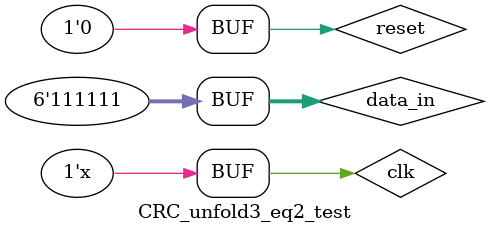
<source format=v>
`timescale 1ns / 1ps


module CRC_unfold3_eq2_test;

	// Inputs
	reg clk;
	reg reset;
	reg [5:0] data_in;

	// Outputs
	wire [4:0] data_out;

	// Instantiate the Unit Under Test (UUT)
	CRC_unfold3_eq2 uut (
		.clk(clk), 
		.reset(reset), 
		.data_in(data_in), 
		.data_out(data_out)
	);

	initial begin
		// Initialize Inputs
		clk = 0;
		reset = 1;
		//data_in = 10'b101011;
		data_in = 10'b111111;
		
		#10
		reset = 0;
	
		
		#10
		reset = 0;
		
		#100;
        
		// Add stimulus here

	end
      
		always #10 clk = ~clk;
      
endmodule






</source>
